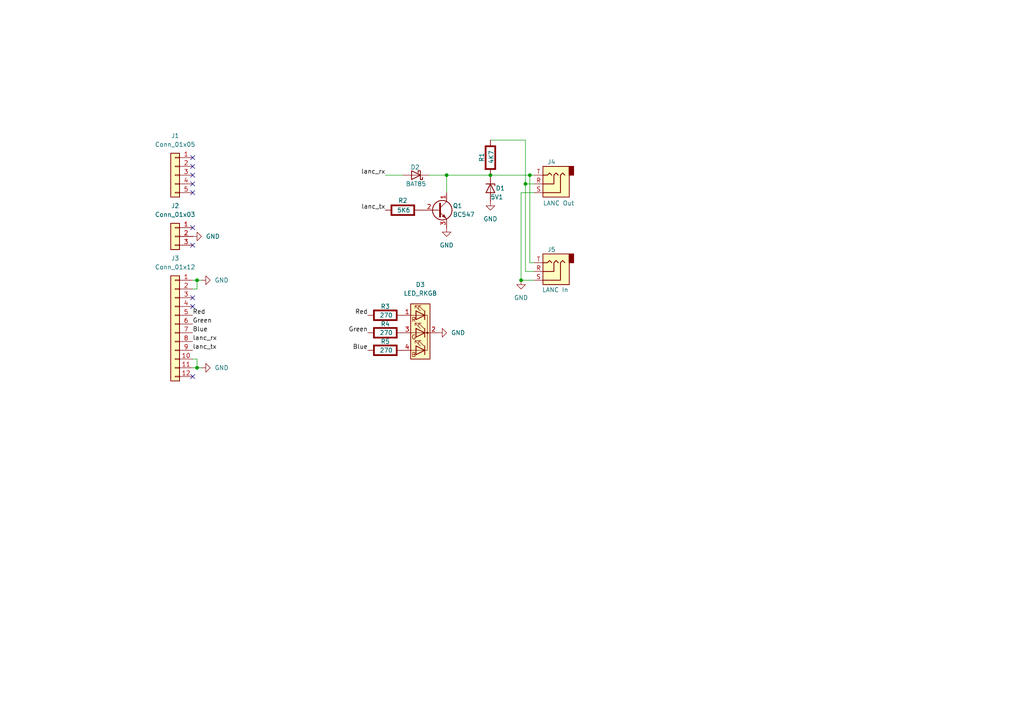
<source format=kicad_sch>
(kicad_sch (version 20231120) (generator "eeschema") (generator_version "8.0")
  (paper "A4")
  (title_block (title "Tally LED board with LANC passthrough") (date "2024-10-16") (rev "1") (company "Peter de Jonge & Gert Jan Kruizinga") (comment 1 "ParkstadVeendam.nl"))
  (lib_symbols
    (symbol "Connector_Audio:AudioJack3"
      (property "Reference" "J" (at 0 8.89 0))
      (property "Value" "AudioJack3" (at 0 6.35 0))
      (symbol "AudioJack3_0_1"
        (rectangle (start -5.08 -5.08) (end -6.35 -2.54) (stroke (width 0.254)) (fill (type outline)))
        (polyline (pts (xy 0 -2.54) (xy 0.635 -3.175) (xy 1.27 -2.54) (xy 2.54 -2.54)) (stroke (width 0.254)))
        (polyline (pts (xy -1.905 -2.54) (xy -1.27 -3.175) (xy -0.635 -2.54) (xy -0.635 0) (xy 2.54 0)) (stroke (width 0.254)))
        (polyline (pts (xy 2.54 2.54) (xy -2.54 2.54) (xy -2.54 -2.54) (xy -3.175 -3.175) (xy -3.81 -2.54)) (stroke (width 0.254)))
        (rectangle (start 2.54 3.81) (end -5.08 -5.08) (stroke (width 0.254)) (fill (type background)))
      )
      (symbol "AudioJack3_1_1"
        (pin passive line (at 5.08 0 180) (length 2.54) (name "~") (number "R"))
        (pin passive line (at 5.08 2.54 180) (length 2.54) (name "~") (number "S"))
        (pin passive line (at 5.08 -2.54 180) (length 2.54) (name "~") (number "T"))
      )
    )
    (symbol "Connector_Generic:Conn_01x03" (pin_names (offset 1.016) hide)
      (property "Reference" "J" (at 0 5.08 0))
      (property "Value" "Conn_01x03" (at 0 -5.08 0))
      (symbol "Conn_01x03_1_1"
        (rectangle (start -1.27 -2.413) (end 0 -2.667) (stroke (width 0.1524)))
        (rectangle (start -1.27 0.127) (end 0 -0.127) (stroke (width 0.1524)))
        (rectangle (start -1.27 2.667) (end 0 2.413) (stroke (width 0.1524)))
        (rectangle (start -1.27 3.81) (end 1.27 -3.81) (stroke (width 0.254)) (fill (type background)))
        (pin passive line (at -5.08 2.54 0) (length 3.81) (name "Pin_1") (number "1"))
        (pin passive line (at -5.08 0 0) (length 3.81) (name "Pin_2") (number "2"))
        (pin passive line (at -5.08 -2.54 0) (length 3.81) (name "Pin_3") (number "3"))
      )
    )
    (symbol "Connector_Generic:Conn_01x05" (pin_names (offset 1.016) hide)
      (property "Reference" "J" (at 0 7.62 0))
      (property "Value" "Conn_01x05" (at 0 -7.62 0))
      (symbol "Conn_01x05_1_1"
        (rectangle (start -1.27 -4.953) (end 0 -5.207) (stroke (width 0.1524)))
        (rectangle (start -1.27 -2.413) (end 0 -2.667) (stroke (width 0.1524)))
        (rectangle (start -1.27 0.127) (end 0 -0.127) (stroke (width 0.1524)))
        (rectangle (start -1.27 2.667) (end 0 2.413) (stroke (width 0.1524)))
        (rectangle (start -1.27 5.207) (end 0 4.953) (stroke (width 0.1524)))
        (rectangle (start -1.27 6.35) (end 1.27 -6.35) (stroke (width 0.254)) (fill (type background)))
        (pin passive line (at -5.08 5.08 0) (length 3.81) (name "Pin_1") (number "1"))
        (pin passive line (at -5.08 2.54 0) (length 3.81) (name "Pin_2") (number "2"))
        (pin passive line (at -5.08 0 0) (length 3.81) (name "Pin_3") (number "3"))
        (pin passive line (at -5.08 -2.54 0) (length 3.81) (name "Pin_4") (number "4"))
        (pin passive line (at -5.08 -5.08 0) (length 3.81) (name "Pin_5") (number "5"))
      )
    )
    (symbol "Connector_Generic:Conn_01x12" (pin_names (offset 1.016) hide)
      (property "Reference" "J" (at 0 15.24 0))
      (property "Value" "Conn_01x12" (at 0 -17.78 0))
      (symbol "Conn_01x12_1_1"
        (rectangle (start -1.27 -15.113) (end 0 -15.367) (stroke (width 0.1524)))
        (rectangle (start -1.27 -12.573) (end 0 -12.827) (stroke (width 0.1524)))
        (rectangle (start -1.27 -10.033) (end 0 -10.287) (stroke (width 0.1524)))
        (rectangle (start -1.27 -7.493) (end 0 -7.747) (stroke (width 0.1524)))
        (rectangle (start -1.27 -4.953) (end 0 -5.207) (stroke (width 0.1524)))
        (rectangle (start -1.27 -2.413) (end 0 -2.667) (stroke (width 0.1524)))
        (rectangle (start -1.27 0.127) (end 0 -0.127) (stroke (width 0.1524)))
        (rectangle (start -1.27 2.667) (end 0 2.413) (stroke (width 0.1524)))
        (rectangle (start -1.27 5.207) (end 0 4.953) (stroke (width 0.1524)))
        (rectangle (start -1.27 7.747) (end 0 7.493) (stroke (width 0.1524)))
        (rectangle (start -1.27 10.287) (end 0 10.033) (stroke (width 0.1524)))
        (rectangle (start -1.27 12.827) (end 0 12.573) (stroke (width 0.1524)))
        (rectangle (start -1.27 13.97) (end 1.27 -16.51) (stroke (width 0.254)) (fill (type background)))
        (pin passive line (at -5.08 12.7 0) (length 3.81) (name "Pin_1") (number "1"))
        (pin passive line (at -5.08 -10.16 0) (length 3.81) (name "Pin_10") (number "10"))
        (pin passive line (at -5.08 -12.7 0) (length 3.81) (name "Pin_11") (number "11"))
        (pin passive line (at -5.08 -15.24 0) (length 3.81) (name "Pin_12") (number "12"))
        (pin passive line (at -5.08 10.16 0) (length 3.81) (name "Pin_2") (number "2"))
        (pin passive line (at -5.08 7.62 0) (length 3.81) (name "Pin_3") (number "3"))
        (pin passive line (at -5.08 5.08 0) (length 3.81) (name "Pin_4") (number "4"))
        (pin passive line (at -5.08 2.54 0) (length 3.81) (name "Pin_5") (number "5"))
        (pin passive line (at -5.08 0 0) (length 3.81) (name "Pin_6") (number "6"))
        (pin passive line (at -5.08 -2.54 0) (length 3.81) (name "Pin_7") (number "7"))
        (pin passive line (at -5.08 -5.08 0) (length 3.81) (name "Pin_8") (number "8"))
        (pin passive line (at -5.08 -7.62 0) (length 3.81) (name "Pin_9") (number "9"))
      )
    )
    (symbol "Device:D_Zener" (pin_numbers hide) (pin_names (offset 1.016) hide)
      (property "Reference" "D" (at 0 2.54 0))
      (property "Value" "D_Zener" (at 0 -2.54 0))
      (symbol "D_Zener_0_1"
        (polyline (pts (xy 1.27 0) (xy -1.27 0)))
        (polyline (pts (xy -1.27 -1.27) (xy -1.27 1.27) (xy -0.762 1.27)) (stroke (width 0.254)))
        (polyline (pts (xy 1.27 -1.27) (xy 1.27 1.27) (xy -1.27 0) (xy 1.27 -1.27)) (stroke (width 0.254)))
      )
      (symbol "D_Zener_1_1"
        (pin passive line (at -3.81 0 0) (length 2.54) (name "K") (number "1"))
        (pin passive line (at 3.81 0 180) (length 2.54) (name "A") (number "2"))
      )
    )
    (symbol "Device:LED_RKGB" (pin_names (offset 0) hide)
      (property "Reference" "D" (at 0 9.398 0))
      (property "Value" "LED_RKGB" (at 0 -8.89 0))
      (symbol "LED_RKGB_0_0"
        (text "B" (at 1.905 -6.35 0) (effects (font (size 1.27 1.27))))
        (text "G" (at 1.905 -1.27 0) (effects (font (size 1.27 1.27))))
        (text "R" (at 1.905 3.81 0) (effects (font (size 1.27 1.27))))
      )
      (symbol "LED_RKGB_0_1"
        (circle (center -2.032 0) (radius 0.254) (fill (type outline)))
        (polyline (pts (xy -1.27 -5.08) (xy 1.27 -5.08)))
        (polyline (pts (xy -1.27 -3.81) (xy -1.27 -6.35)) (stroke (width 0.254)))
        (polyline (pts (xy -1.27 0) (xy -2.54 0)))
        (polyline (pts (xy -1.27 1.27) (xy -1.27 -1.27)) (stroke (width 0.254)))
        (polyline (pts (xy -1.27 5.08) (xy 1.27 5.08)))
        (polyline (pts (xy -1.27 6.35) (xy -1.27 3.81)) (stroke (width 0.254)))
        (polyline (pts (xy 1.27 -5.08) (xy 2.54 -5.08)))
        (polyline (pts (xy 1.27 0) (xy -1.27 0)))
        (polyline (pts (xy 1.27 0) (xy 2.54 0)))
        (polyline (pts (xy 1.27 5.08) (xy 2.54 5.08)))
        (polyline (pts (xy -1.27 1.27) (xy -1.27 -1.27) (xy -1.27 -1.27)))
        (polyline (pts (xy -1.27 6.35) (xy -1.27 3.81) (xy -1.27 3.81)))
        (polyline (pts (xy -1.27 5.08) (xy -2.032 5.08) (xy -2.032 -5.08) (xy -1.016 -5.08)))
        (polyline (pts (xy 1.27 -3.81) (xy 1.27 -6.35) (xy -1.27 -5.08) (xy 1.27 -3.81)) (stroke (width 0.254)))
        (polyline (pts (xy 1.27 1.27) (xy 1.27 -1.27) (xy -1.27 0) (xy 1.27 1.27)) (stroke (width 0.254)))
        (polyline (pts (xy 1.27 6.35) (xy 1.27 3.81) (xy -1.27 5.08) (xy 1.27 6.35)) (stroke (width 0.254)))
        (polyline (pts (xy -1.016 -3.81) (xy 0.508 -2.286) (xy -0.254 -2.286) (xy 0.508 -2.286) (xy 0.508 -3.048)))
        (polyline (pts (xy -1.016 1.27) (xy 0.508 2.794) (xy -0.254 2.794) (xy 0.508 2.794) (xy 0.508 2.032)))
        (polyline (pts (xy -1.016 6.35) (xy 0.508 7.874) (xy -0.254 7.874) (xy 0.508 7.874) (xy 0.508 7.112)))
        (polyline (pts (xy 0 -3.81) (xy 1.524 -2.286) (xy 0.762 -2.286) (xy 1.524 -2.286) (xy 1.524 -3.048)))
        (polyline (pts (xy 0 1.27) (xy 1.524 2.794) (xy 0.762 2.794) (xy 1.524 2.794) (xy 1.524 2.032)))
        (polyline (pts (xy 0 6.35) (xy 1.524 7.874) (xy 0.762 7.874) (xy 1.524 7.874) (xy 1.524 7.112)))
        (rectangle (start 1.27 -1.27) (end 1.27 1.27))
        (rectangle (start 1.27 1.27) (end 1.27 1.27))
        (rectangle (start 1.27 3.81) (end 1.27 6.35))
        (rectangle (start 1.27 6.35) (end 1.27 6.35))
        (rectangle (start 2.794 8.382) (end -2.794 -7.62) (stroke (width 0.254)) (fill (type background)))
      )
      (symbol "LED_RKGB_1_1"
        (pin passive line (at 5.08 5.08 180) (length 2.54) (name "RA") (number "1"))
        (pin passive line (at -5.08 0 0) (length 2.54) (name "K") (number "2"))
        (pin passive line (at 5.08 0 180) (length 2.54) (name "GA") (number "3"))
        (pin passive line (at 5.08 -5.08 180) (length 2.54) (name "BA") (number "4"))
      )
    )
    (symbol "Diode:BAT85" (pin_numbers hide) (pin_names (offset 1.016) hide)
      (property "Reference" "D" (at 0 2.54 0))
      (property "Value" "BAT85" (at 0 -2.54 0))
      (symbol "BAT85_0_1"
        (polyline (pts (xy 1.27 0) (xy -1.27 0)))
        (polyline (pts (xy 1.27 1.27) (xy 1.27 -1.27) (xy -1.27 0) (xy 1.27 1.27)) (stroke (width 0.254)))
        (polyline (pts (xy -1.905 0.635) (xy -1.905 1.27) (xy -1.27 1.27) (xy -1.27 -1.27) (xy -0.635 -1.27) (xy -0.635 -0.635)) (stroke (width 0.254)))
      )
      (symbol "BAT85_1_1"
        (pin passive line (at -3.81 0 0) (length 2.54) (name "K") (number "1"))
        (pin passive line (at 3.81 0 180) (length 2.54) (name "A") (number "2"))
      )
    )
    (symbol "PCM_Elektuur:R" (pin_numbers hide) (pin_names (offset 0) hide)
      (property "Reference" "R" (at 2.54 3.175 0))
      (property "Value" "R" (at 0 0 90))
      (symbol "R_1_1"
        (polyline (pts (xy -1.524 -3.429) (xy 1.524 -3.429) (xy 1.524 3.429) (xy -1.524 3.429) (xy -1.524 -3.429) (xy -1.27 -3.175) (xy -1.27 3.175) (xy 1.27 3.175) (xy 1.27 -3.175) (xy -1.27 -3.175) (xy -1.524 -3.429)) (stroke (width 0.254)) (fill (type outline)))
        (pin passive line (at 0 5.08 270) (length 1.651) (name "+") (number "1"))
        (pin passive line (at 0 -5.08 90) (length 1.651) (name "-") (number "2"))
      )
      (symbol "R_1_2"
        (polyline (pts (xy -0.508 -3.429) (xy 1.524 -3.429) (xy 1.524 3.429) (xy -0.508 3.429) (xy -0.508 3.175) (xy 1.27 3.175) (xy 1.27 -3.175) (xy -0.508 -3.175) (xy -0.508 -3.429)) (stroke (width 0.254)) (fill (type outline)))
        (pin passive line (at 0 5.08 270) (length 1.651) (name "+") (number "1"))
        (pin passive line (at 0 -5.08 90) (length 1.651) (name "-") (number "2"))
      )
      (symbol "R_1_3"
        (polyline (pts (xy 0 3.4798) (xy 0 3.2004) (xy 0.7112 2.794) (xy -1.1938 1.6764) (xy 0.7112 0.5588) (xy -1.1938 -0.5588) (xy 0.7112 -1.6764) (xy -1.1938 -2.794) (xy 0 -3.4798) (xy 0 -3.2004) (xy -0.7112 -2.794) (xy 1.1938 -1.6764) (xy -0.7112 -0.5588) (xy 1.1938 0.5588) (xy -0.7112 1.6764) (xy 1.1938 2.794) (xy 0 3.4798)) (stroke (width 0.254)) (fill (type outline)))
        (pin passive line (at 0 5.08 270) (length 1.6002) (name "+") (number "1"))
        (pin passive line (at 0 -5.08 90) (length 1.6002) (name "-") (number "2"))
      )
      (symbol "R_1_4"
        (polyline (pts (xy 0 4.5466) (xy 0 4.2672) (xy 0.0508 4.2418) (xy 1.016 3.683) (xy -1.524 2.2098) (xy 1.016 0.7366) (xy -1.524 -0.7366) (xy 1.016 -2.2098) (xy -1.524 -3.683) (xy -0.0762 -4.5212) (xy 0 -4.5466) (xy 0 -4.2672) (xy -0.0508 -4.2418) (xy -1.016 -3.683) (xy 1.524 -2.2098) (xy -1.016 -0.7366) (xy 1.524 0.7366) (xy -1.016 2.2098) (xy 1.524 3.683) (xy 0.0762 4.5212) (xy 0 4.5466)) (stroke (width 0.254)) (fill (type outline)))
        (pin passive line (at 0 5.08 270) (length 0.5334) (name "+") (number "1"))
        (pin passive line (at 0 -5.08 90) (length 0.5334) (name "-") (number "2"))
      )
    )
    (symbol "Transistor_BJT:BC547" (pin_names (offset 0) hide)
      (property "Reference" "Q" (at 5.08 1.905 0))
      (property "Value" "BC547" (at 5.08 0 0))
      (symbol "BC547_0_1"
        (polyline (pts (xy 0 0) (xy 0.635 0)))
        (polyline (pts (xy 0.635 0.635) (xy 2.54 2.54)))
        (polyline (pts (xy 0.635 -0.635) (xy 2.54 -2.54) (xy 2.54 -2.54)))
        (polyline (pts (xy 0.635 1.905) (xy 0.635 -1.905) (xy 0.635 -1.905)) (stroke (width 0.508)))
        (polyline (pts (xy 1.27 -1.778) (xy 1.778 -1.27) (xy 2.286 -2.286) (xy 1.27 -1.778) (xy 1.27 -1.778)) (fill (type outline)))
        (circle (center 1.27 0) (radius 2.8194) (stroke (width 0.254)))
      )
      (symbol "BC547_1_1"
        (pin passive line (at 2.54 5.08 270) (length 2.54) (name "C") (number "1"))
        (pin input line (at -5.08 0 0) (length 5.08) (name "B") (number "2"))
        (pin passive line (at 2.54 -5.08 90) (length 2.54) (name "E") (number "3"))
      )
    )
    (symbol "power:GND" (power) (pin_numbers hide) (pin_names (offset 0) hide)
      (property "Value" "GND" (at 0 -3.81 0))
      (symbol "GND_0_1"
        (polyline (pts (xy 0 0) (xy 0 -1.27) (xy 1.27 -1.27) (xy 0 -2.54) (xy -1.27 -1.27) (xy 0 -1.27)))
      )
      (symbol "GND_1_1"
        (pin power_in line (at 0 0 270) (length 0) (name "~") (number "1"))
      )
    )
  )
  (junction (at 57.15 81.28))
  (junction (at 129.54 50.8))
  (junction (at 151.13 81.28))
  (junction (at 142.24 50.8))
  (junction (at 153.67 50.8))
  (junction (at 152.4 53.34))
  (junction (at 57.15 106.68))
  (no_connect (at 55.88 48.26))
  (no_connect (at 55.88 66.04))
  (no_connect (at 55.88 50.8))
  (no_connect (at 55.88 86.36))
  (no_connect (at 55.88 109.22))
  (no_connect (at 55.88 88.9))
  (no_connect (at 55.88 55.88))
  (no_connect (at 55.88 53.34))
  (no_connect (at 55.88 71.12))
  (no_connect (at 55.88 45.72))
  (wire (pts (xy 57.15 104.14) (xy 57.15 106.68)))
  (wire (pts (xy 129.54 50.8) (xy 142.24 50.8)))
  (wire (pts (xy 152.4 40.64) (xy 152.4 53.34)))
  (wire (pts (xy 57.15 81.28) (xy 57.15 83.82)))
  (wire (pts (xy 152.4 53.34) (xy 152.4 78.74)))
  (wire (pts (xy 152.4 78.74) (xy 154.94 78.74)))
  (wire (pts (xy 142.24 50.8) (xy 153.67 50.8)))
  (wire (pts (xy 57.15 81.28) (xy 55.88 81.28)))
  (wire (pts (xy 151.13 55.88) (xy 154.94 55.88)))
  (wire (pts (xy 151.13 81.28) (xy 151.13 55.88)))
  (wire (pts (xy 153.67 50.8) (xy 154.94 50.8)))
  (wire (pts (xy 154.94 53.34) (xy 152.4 53.34)))
  (wire (pts (xy 58.42 81.28) (xy 57.15 81.28)))
  (wire (pts (xy 111.76 50.8) (xy 116.84 50.8)))
  (wire (pts (xy 153.67 76.2) (xy 153.67 50.8)))
  (wire (pts (xy 57.15 104.14) (xy 55.88 104.14)))
  (wire (pts (xy 154.94 81.28) (xy 151.13 81.28)))
  (wire (pts (xy 129.54 50.8) (xy 129.54 55.88)))
  (wire (pts (xy 142.24 40.64) (xy 152.4 40.64)))
  (wire (pts (xy 154.94 76.2) (xy 153.67 76.2)))
  (wire (pts (xy 58.42 106.68) (xy 57.15 106.68)))
  (wire (pts (xy 55.88 83.82) (xy 57.15 83.82)))
  (wire (pts (xy 55.88 106.68) (xy 57.15 106.68)))
  (wire (pts (xy 124.46 50.8) (xy 129.54 50.8)))
  (label "Red" (at 55.88 91.44 0))
  (label "Green" (at 55.88 93.98 0))
  (label "Green" (at 106.68 96.52 180))
  (label "lanc_rx" (at 55.88 99.06 0))
  (label "lanc_rx" (at 111.76 50.8 180))
  (label "Blue" (at 106.68 101.6 180))
  (label "lanc_tx" (at 111.76 60.96 180))
  (label "Red" (at 106.68 91.44 180))
  (label "lanc_tx" (at 55.88 101.6 0))
  (label "Blue" (at 55.88 96.52 0))
  (symbol (lib_id "Connector_Audio:AudioJack3") (at 160.02 78.74 180) (unit 1)
    (property "Reference" "J5" (at 158.75 72.39 0) (effects (justify right)))
    (property "Value" "LANC In" (at 157.226 84.074 0) (effects (justify right)))
    (property "Footprint" "GJK Footprints:jack_2.5mm_trs" (effects (hide yes)))
    (property "Description" "Audio Jack, 3 Poles (Stereo / TRS)" (effects (hide yes)))
  )
  (symbol (lib_id "power:GND") (at 55.88 68.58 90) (unit 1)
    (property "Reference" "#PWR02" (effects (hide yes)))
    (property "Value" "GND" (at 59.69 68.5799 90) (effects (justify right)))
    (property "Description" "Power symbol creates a global label with name \"GND\" , ground" (effects (hide yes)))
  )
  (symbol (lib_id "PCM_Elektuur:R") (at 142.24 45.72 0) (unit 1)
    (property "Reference" "R1" (at 139.7 46.99 90) (effects (justify left)))
    (property "Value" "4K7" (at 142.494 47.498 90) (effects (justify left)))
    (property "Footprint" "Resistor_THT:R_Axial_DIN0207_L6.3mm_D2.5mm_P10.16mm_Horizontal" (effects (hide yes)))
    (property "Description" "resistor" (effects (hide yes)))
    (property "Indicator" "+" (effects (hide yes)))
    (property "Rating" "W" (effects (hide yes)))
  )
  (symbol (lib_id "PCM_Elektuur:R") (at 111.76 96.52 90) (unit 1)
    (property "Reference" "R4" (at 111.76 93.98 90))
    (property "Value" "270" (at 112.014 96.52 90))
    (property "Footprint" "Resistor_THT:R_Axial_DIN0207_L6.3mm_D2.5mm_P10.16mm_Horizontal" (effects (hide yes)))
    (property "Description" "resistor" (effects (hide yes)))
    (property "Indicator" "+" (effects (hide yes)))
    (property "Rating" "W" (effects (hide yes)))
  )
  (symbol (lib_id "Device:LED_RKGB") (at 121.92 96.52 0) (mirror y) (unit 1)
    (property "Reference" "D3" (at 121.92 82.55 0))
    (property "Value" "LED_RKGB" (at 121.92 85.09 0))
    (property "Footprint" "GJK Footprints:LED_D10.0mm-4" (effects (hide yes)))
    (property "Description" "RGB LED, red/cathode/green/blue" (effects (hide yes)))
  )
  (symbol (lib_id "power:GND") (at 142.24 58.42 0) (unit 1)
    (property "Reference" "#PWR03" (effects (hide yes)))
    (property "Value" "GND" (at 142.24 63.5 0))
    (property "Description" "Power symbol creates a global label with name \"GND\" , ground" (effects (hide yes)))
  )
  (symbol (lib_id "power:GND") (at 129.54 66.04 0) (unit 1)
    (property "Reference" "#PWR05" (effects (hide yes)))
    (property "Value" "GND" (at 129.54 71.12 0))
    (property "Description" "Power symbol creates a global label with name \"GND\" , ground" (effects (hide yes)))
  )
  (symbol (lib_id "Connector_Generic:Conn_01x12") (at 50.8 93.98 0) (mirror y) (unit 1)
    (property "Reference" "J3" (at 50.8 74.93 0))
    (property "Value" "Conn_01x12" (at 50.8 77.47 0))
    (property "Footprint" "Connector_PinHeader_2.54mm:PinHeader_1x12_P2.54mm_Vertical" (effects (hide yes)))
    (property "Description" "Generic connector, single row, 01x12, script generated (kicad-library-utils/schlib/autogen/connector/)" (effects (hide yes)))
  )
  (symbol (lib_id "power:GND") (at 58.42 81.28 90) (unit 1)
    (property "Reference" "#PWR01" (effects (hide yes)))
    (property "Value" "GND" (at 62.23 81.2799 90) (effects (justify right)))
    (property "Description" "Power symbol creates a global label with name \"GND\" , ground" (effects (hide yes)))
  )
  (symbol (lib_id "power:GND") (at 151.13 81.28 0) (unit 1)
    (property "Reference" "#PWR04" (effects (hide yes)))
    (property "Value" "GND" (at 151.13 86.36 0))
    (property "Description" "Power symbol creates a global label with name \"GND\" , ground" (effects (hide yes)))
  )
  (symbol (lib_id "Connector_Audio:AudioJack3") (at 160.02 53.34 180) (unit 1)
    (property "Reference" "J4" (at 158.75 46.99 0) (effects (justify right)))
    (property "Value" "LANC Out" (at 157.48 58.928 0) (effects (justify right)))
    (property "Footprint" "GJK Footprints:jack_2.5mm_trs" (effects (hide yes)))
    (property "Description" "Audio Jack, 3 Poles (Stereo / TRS)" (effects (hide yes)))
  )
  (symbol (lib_id "Diode:BAT85") (at 120.65 50.8 180) (unit 1)
    (property "Reference" "D2" (at 120.396 48.514 0))
    (property "Value" "BAT85" (at 120.65 53.34 0))
    (property "Footprint" "Diode_THT:D_DO-35_SOD27_P7.62mm_Horizontal" (effects (hide yes)))
    (property "Datasheet" "https://assets.nexperia.com/documents/data-sheet/BAT85.pdf" (effects (hide yes)))
    (property "Description" "30V 0.2A Schottky barrier single diode, DO-35" (effects (hide yes)))
  )
  (symbol (lib_id "PCM_Elektuur:R") (at 111.76 101.6 90) (unit 1)
    (property "Reference" "R5" (at 111.76 99.06 90))
    (property "Value" "270" (at 112.014 101.6 90))
    (property "Footprint" "Resistor_THT:R_Axial_DIN0207_L6.3mm_D2.5mm_P10.16mm_Horizontal" (effects (hide yes)))
    (property "Description" "resistor" (effects (hide yes)))
    (property "Indicator" "+" (effects (hide yes)))
    (property "Rating" "W" (effects (hide yes)))
  )
  (symbol (lib_id "PCM_Elektuur:R") (at 116.84 60.96 90) (unit 1)
    (property "Reference" "R2" (at 116.84 58.166 90))
    (property "Value" "5K6" (at 117.094 60.96 90))
    (property "Footprint" "Resistor_THT:R_Axial_DIN0207_L6.3mm_D2.5mm_P10.16mm_Horizontal" (effects (hide yes)))
    (property "Description" "resistor" (effects (hide yes)))
    (property "Indicator" "+" (effects (hide yes)))
    (property "Rating" "W" (effects (hide yes)))
  )
  (symbol (lib_id "PCM_Elektuur:R") (at 111.76 91.44 90) (unit 1)
    (property "Reference" "R3" (at 111.76 88.9 90))
    (property "Value" "270" (at 112.014 91.44 90))
    (property "Footprint" "Resistor_THT:R_Axial_DIN0207_L6.3mm_D2.5mm_P10.16mm_Horizontal" (effects (hide yes)))
    (property "Description" "resistor" (effects (hide yes)))
    (property "Indicator" "+" (effects (hide yes)))
    (property "Rating" "W" (effects (hide yes)))
  )
  (symbol (lib_id "power:GND") (at 58.42 106.68 90) (unit 1)
    (property "Reference" "#PWR07" (effects (hide yes)))
    (property "Value" "GND" (at 62.23 106.6799 90) (effects (justify right)))
    (property "Description" "Power symbol creates a global label with name \"GND\" , ground" (effects (hide yes)))
  )
  (symbol (lib_id "Connector_Generic:Conn_01x03") (at 50.8 68.58 0) (mirror y) (unit 1)
    (property "Reference" "J2" (at 50.8 59.69 0))
    (property "Value" "Conn_01x03" (at 50.8 62.23 0))
    (property "Footprint" "Connector_PinHeader_2.54mm:PinHeader_1x03_P2.54mm_Vertical" (effects (hide yes)))
    (property "Description" "Generic connector, single row, 01x03, script generated (kicad-library-utils/schlib/autogen/connector/)" (effects (hide yes)))
  )
  (symbol (lib_id "Transistor_BJT:BC547") (at 127 60.96 0) (unit 1)
    (property "Reference" "Q1" (at 131.318 59.69 0) (effects (justify left)))
    (property "Value" "BC547" (at 131.318 62.23 0) (effects (justify left)))
    (property "Footprint" "Package_TO_SOT_THT:TO-92_Inline" (effects (hide yes)))
    (property "Datasheet" "https://www.onsemi.com/pub/Collateral/BC550-D.pdf" (effects (hide yes)))
    (property "Description" "0.1A Ic, 45V Vce, Small Signal NPN Transistor, TO-92" (effects (hide yes)))
  )
  (symbol (lib_id "power:GND") (at 127 96.52 90) (unit 1)
    (property "Reference" "#PWR06" (effects (hide yes)))
    (property "Value" "GND" (at 130.81 96.5199 90) (effects (justify right)))
    (property "Description" "Power symbol creates a global label with name \"GND\" , ground" (effects (hide yes)))
  )
  (symbol (lib_id "Device:D_Zener") (at 142.24 54.61 270) (unit 1)
    (property "Reference" "D1" (at 143.764 54.61 90) (effects (justify left)))
    (property "Value" "5V1" (at 142.24 57.15 90) (effects (justify left)))
    (property "Footprint" "Diode_THT:D_A-405_P7.62mm_Horizontal" (effects (hide yes)))
    (property "Description" "Zener diode" (effects (hide yes)))
  )
  (symbol (lib_id "Connector_Generic:Conn_01x05") (at 50.8 50.8 0) (mirror y) (unit 1)
    (property "Reference" "J1" (at 50.8 39.37 0))
    (property "Value" "Conn_01x05" (at 50.8 41.91 0))
    (property "Footprint" "Connector_PinHeader_2.54mm:PinHeader_1x05_P2.54mm_Vertical" (effects (hide yes)))
    (property "Description" "Generic connector, single row, 01x05, script generated (kicad-library-utils/schlib/autogen/connector/)" (effects (hide yes)))
  )
)
</source>
